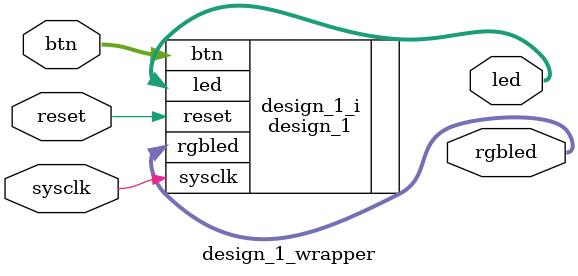
<source format=v>
`timescale 1 ps / 1 ps

module design_1_wrapper
   (btn,
    led,
    reset,
    rgbled,
    sysclk);
  input [3:0]btn;
  output [3:0]led;
  input reset;
  output [2:0]rgbled;
  input sysclk;

  wire [3:0]btn;
  wire [3:0]led;
  wire reset;
  wire [2:0]rgbled;
  wire sysclk;

  design_1 design_1_i
       (.btn(btn),
        .led(led),
        .reset(reset),
        .rgbled(rgbled),
        .sysclk(sysclk));
endmodule

</source>
